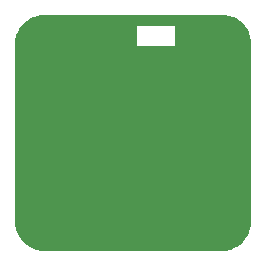
<source format=gbr>
%TF.GenerationSoftware,KiCad,Pcbnew,6.0.9+dfsg-1~bpo11+1*%
%TF.CreationDate,2022-11-07T08:13:31+01:00*%
%TF.ProjectId,012-prototype-board,3031322d-7072-46f7-946f-747970652d62,1*%
%TF.SameCoordinates,Original*%
%TF.FileFunction,Soldermask,Top*%
%TF.FilePolarity,Negative*%
%FSLAX46Y46*%
G04 Gerber Fmt 4.6, Leading zero omitted, Abs format (unit mm)*
G04 Created by KiCad (PCBNEW 6.0.9+dfsg-1~bpo11+1) date 2022-11-07 08:13:31*
%MOMM*%
%LPD*%
G01*
G04 APERTURE LIST*
%ADD10R,1.500000X1.500000*%
%ADD11C,3.400000*%
%ADD12C,1.400000*%
G04 APERTURE END LIST*
%TO.C,J2*%
G36*
X170000000Y-88000000D02*
G01*
X167000000Y-88000000D01*
X167000000Y-82000000D01*
X170000000Y-82000000D01*
X170000000Y-88000000D01*
G37*
G36*
X153000000Y-88000000D02*
G01*
X150000000Y-88000000D01*
X150000000Y-82000000D01*
X153000000Y-82000000D01*
X153000000Y-88000000D01*
G37*
%TO.C,J1*%
G36*
X163000000Y-95000000D02*
G01*
X157000000Y-95000000D01*
X157000000Y-92000000D01*
X163000000Y-92000000D01*
X163000000Y-95000000D01*
G37*
%TD*%
D10*
%TO.C,REF\u002A\u002A*%
X156200000Y-90700000D03*
%TD*%
%TO.C,REF\u002A\u002A*%
X156200000Y-88800000D03*
%TD*%
%TO.C,REF\u002A\u002A*%
X157100000Y-83100000D03*
%TD*%
%TO.C,REF\u002A\u002A*%
X159000000Y-83100000D03*
%TD*%
%TO.C,REF\u002A\u002A*%
X164700000Y-83100000D03*
%TD*%
%TO.C,REF\u002A\u002A*%
X160900000Y-83100000D03*
%TD*%
%TO.C,REF\u002A\u002A*%
X161900000Y-79300000D03*
%TD*%
%TO.C,REF\u002A\u002A*%
X158100000Y-85000000D03*
%TD*%
%TO.C,REF\u002A\u002A*%
X165700000Y-88800000D03*
%TD*%
%TO.C,REF\u002A\u002A*%
X163800000Y-79300000D03*
%TD*%
%TO.C,REF\u002A\u002A*%
X165700000Y-81200000D03*
%TD*%
%TO.C,REF\u002A\u002A*%
X155200000Y-86900000D03*
%TD*%
%TO.C,REF\u002A\u002A*%
X159000000Y-86900000D03*
%TD*%
%TO.C,REF\u002A\u002A*%
X154300000Y-81200000D03*
%TD*%
%TO.C,REF\u002A\u002A*%
X161900000Y-88800000D03*
%TD*%
%TO.C,REF\u002A\u002A*%
X163800000Y-85000000D03*
%TD*%
%TO.C,REF\u002A\u002A*%
X156200000Y-85000000D03*
%TD*%
%TO.C,REF\u002A\u002A*%
X158100000Y-90700000D03*
%TD*%
%TO.C,REF\u002A\u002A*%
X158100000Y-88800000D03*
%TD*%
%TO.C,REF\u002A\u002A*%
X158100000Y-81200000D03*
%TD*%
%TO.C,REF\u002A\u002A*%
X165700000Y-85000000D03*
%TD*%
%TO.C,REF\u002A\u002A*%
X158100000Y-79300000D03*
%TD*%
%TO.C,REF\u002A\u002A*%
X164700000Y-86900000D03*
%TD*%
%TO.C,REF\u002A\u002A*%
X156200000Y-81200000D03*
%TD*%
%TO.C,REF\u002A\u002A*%
X160000000Y-79300000D03*
%TD*%
D11*
%TO.C,H1*%
X152500000Y-77500000D03*
%TD*%
D10*
%TO.C,REF\u002A\u002A*%
X154300000Y-88800000D03*
%TD*%
D11*
%TO.C,H2*%
X152500000Y-92500000D03*
%TD*%
D10*
%TO.C,REF\u002A\u002A*%
X161900000Y-85000000D03*
%TD*%
D11*
%TO.C,H4*%
X167500000Y-77500000D03*
%TD*%
D10*
%TO.C,REF\u002A\u002A*%
X161900000Y-81200000D03*
%TD*%
%TO.C,REF\u002A\u002A*%
X155200000Y-83100000D03*
%TD*%
%TO.C,REF\u002A\u002A*%
X162800000Y-83100000D03*
%TD*%
%TO.C,REF\u002A\u002A*%
X161900000Y-90700000D03*
%TD*%
%TO.C,REF\u002A\u002A*%
X160000000Y-85000000D03*
%TD*%
%TO.C,REF\u002A\u002A*%
X163800000Y-90700000D03*
%TD*%
D12*
%TO.C,REF\u002A\u002A*%
X157500000Y-77500000D03*
%TD*%
D10*
%TO.C,REF\u002A\u002A*%
X160000000Y-90700000D03*
%TD*%
%TO.C,REF\u002A\u002A*%
X160900000Y-86900000D03*
%TD*%
D11*
%TO.C,H3*%
X167500000Y-92500000D03*
%TD*%
D10*
%TO.C,REF\u002A\u002A*%
X154300000Y-85000000D03*
%TD*%
%TO.C,REF\u002A\u002A*%
X163800000Y-81200000D03*
%TD*%
%TO.C,REF\u002A\u002A*%
X160000000Y-81200000D03*
%TD*%
%TO.C,REF\u002A\u002A*%
X162800000Y-86900000D03*
%TD*%
%TO.C,REF\u002A\u002A*%
X163800000Y-88800000D03*
%TD*%
%TO.C,REF\u002A\u002A*%
X157100000Y-86900000D03*
%TD*%
%TO.C,REF\u002A\u002A*%
X160000000Y-88800000D03*
%TD*%
%TO.C,REF\u002A\u002A*%
X156200000Y-79300000D03*
%TD*%
G36*
X169290871Y-75766002D02*
G01*
X169317482Y-75788923D01*
X169477940Y-75971891D01*
X169487973Y-75984966D01*
X169660476Y-76243134D01*
X169668717Y-76257408D01*
X169806047Y-76535886D01*
X169812354Y-76551112D01*
X169912160Y-76845129D01*
X169916426Y-76861050D01*
X169977001Y-77165587D01*
X169979152Y-77181927D01*
X169999730Y-77495881D01*
X170000000Y-77504122D01*
X170000000Y-77828000D01*
X169979998Y-77896121D01*
X169926342Y-77942614D01*
X169874000Y-77954000D01*
X163503088Y-77954000D01*
X163496906Y-77953848D01*
X163481291Y-77953081D01*
X163468982Y-77951869D01*
X163460671Y-77950636D01*
X163396223Y-77920854D01*
X163358108Y-77860956D01*
X163358426Y-77789960D01*
X163397077Y-77730407D01*
X163461790Y-77701203D01*
X163479162Y-77700000D01*
X163481885Y-77700000D01*
X163497124Y-77695525D01*
X163498329Y-77694135D01*
X163500000Y-77686452D01*
X163500000Y-76018115D01*
X163495525Y-76002876D01*
X163494135Y-76001671D01*
X163486452Y-76000000D01*
X163479162Y-76000000D01*
X163411041Y-75979998D01*
X163364548Y-75926342D01*
X163354444Y-75856068D01*
X163383938Y-75791488D01*
X163443664Y-75753104D01*
X163460671Y-75749364D01*
X163468982Y-75748131D01*
X163481291Y-75746919D01*
X163496906Y-75746152D01*
X163503088Y-75746000D01*
X169222750Y-75746000D01*
X169290871Y-75766002D01*
G37*
G36*
X167504119Y-75000270D02*
G01*
X167818073Y-75020848D01*
X167834413Y-75022999D01*
X168138950Y-75083574D01*
X168154871Y-75087840D01*
X168448888Y-75187646D01*
X168464114Y-75193953D01*
X168742592Y-75331283D01*
X168756866Y-75339524D01*
X169015034Y-75512027D01*
X169028109Y-75522060D01*
X169261557Y-75726788D01*
X169273212Y-75738443D01*
X169477940Y-75971891D01*
X169487973Y-75984966D01*
X169536772Y-76057998D01*
X169557987Y-76125750D01*
X169539204Y-76194217D01*
X169486387Y-76241661D01*
X169432007Y-76254000D01*
X163626000Y-76254000D01*
X163557879Y-76233998D01*
X163511386Y-76180342D01*
X163500000Y-76128000D01*
X163500000Y-76018115D01*
X163495525Y-76002876D01*
X163494135Y-76001671D01*
X163486452Y-76000000D01*
X160318115Y-76000000D01*
X160302876Y-76004475D01*
X160301671Y-76005865D01*
X160300000Y-76013548D01*
X160300000Y-76128000D01*
X160279998Y-76196121D01*
X160226342Y-76242614D01*
X160174000Y-76254000D01*
X150567993Y-76254000D01*
X150499872Y-76233998D01*
X150453379Y-76180342D01*
X150443275Y-76110068D01*
X150463228Y-76057998D01*
X150512027Y-75984966D01*
X150522060Y-75971891D01*
X150726788Y-75738443D01*
X150738443Y-75726788D01*
X150971891Y-75522060D01*
X150984966Y-75512027D01*
X151243134Y-75339524D01*
X151257408Y-75331283D01*
X151535886Y-75193953D01*
X151551112Y-75187646D01*
X151845129Y-75087840D01*
X151861050Y-75083574D01*
X152165587Y-75022999D01*
X152181927Y-75020848D01*
X152495881Y-75000270D01*
X152504122Y-75000000D01*
X167495878Y-75000000D01*
X167504119Y-75000270D01*
G37*
G36*
X169942121Y-77466002D02*
G01*
X169988614Y-77519658D01*
X170000000Y-77572000D01*
X170000000Y-92495878D01*
X169999730Y-92504119D01*
X169979152Y-92818073D01*
X169977001Y-92834413D01*
X169916426Y-93138950D01*
X169912160Y-93154871D01*
X169812354Y-93448888D01*
X169806047Y-93464114D01*
X169668717Y-93742592D01*
X169660476Y-93756866D01*
X169487973Y-94015034D01*
X169477940Y-94028109D01*
X169273212Y-94261557D01*
X169261557Y-94273212D01*
X169028109Y-94477940D01*
X169015034Y-94487973D01*
X168756866Y-94660476D01*
X168742592Y-94668717D01*
X168464114Y-94806047D01*
X168448888Y-94812354D01*
X168154871Y-94912160D01*
X168138950Y-94916426D01*
X167834413Y-94977001D01*
X167818073Y-94979152D01*
X167504119Y-94999730D01*
X167495878Y-95000000D01*
X160172000Y-95000000D01*
X160103879Y-94979998D01*
X160057386Y-94926342D01*
X160046000Y-94874000D01*
X160046000Y-77703088D01*
X160046152Y-77696906D01*
X160046919Y-77681291D01*
X160048131Y-77668982D01*
X160049364Y-77660671D01*
X160079146Y-77596223D01*
X160139044Y-77558108D01*
X160210040Y-77558426D01*
X160269593Y-77597077D01*
X160298797Y-77661790D01*
X160300000Y-77679162D01*
X160300000Y-77681885D01*
X160304475Y-77697124D01*
X160305865Y-77698329D01*
X160313548Y-77700000D01*
X163481885Y-77700000D01*
X163497124Y-77695525D01*
X163498329Y-77694135D01*
X163500000Y-77686452D01*
X163500000Y-77572000D01*
X163520002Y-77503879D01*
X163573658Y-77457386D01*
X163626000Y-77446000D01*
X169874000Y-77446000D01*
X169942121Y-77466002D01*
G37*
G36*
X160303094Y-75746152D02*
G01*
X160318709Y-75746919D01*
X160331018Y-75748131D01*
X160339329Y-75749364D01*
X160403777Y-75779146D01*
X160441892Y-75839044D01*
X160441574Y-75910040D01*
X160402923Y-75969593D01*
X160338210Y-75998797D01*
X160320838Y-76000000D01*
X160318115Y-76000000D01*
X160302876Y-76004475D01*
X160301671Y-76005865D01*
X160300000Y-76013548D01*
X160300000Y-77681885D01*
X160304475Y-77697124D01*
X160305865Y-77698329D01*
X160313548Y-77700000D01*
X160428000Y-77700000D01*
X160496121Y-77720002D01*
X160542614Y-77773658D01*
X160554000Y-77826000D01*
X160554000Y-94874000D01*
X160533998Y-94942121D01*
X160480342Y-94988614D01*
X160428000Y-95000000D01*
X152504122Y-95000000D01*
X152495881Y-94999730D01*
X152181927Y-94979152D01*
X152165587Y-94977001D01*
X151861050Y-94916426D01*
X151845129Y-94912160D01*
X151551112Y-94812354D01*
X151535886Y-94806047D01*
X151257408Y-94668717D01*
X151243134Y-94660476D01*
X150984966Y-94487973D01*
X150971891Y-94477940D01*
X150738443Y-94273212D01*
X150726788Y-94261557D01*
X150522060Y-94028109D01*
X150512027Y-94015034D01*
X150339524Y-93756866D01*
X150331283Y-93742592D01*
X150193953Y-93464114D01*
X150187646Y-93448888D01*
X150087840Y-93154871D01*
X150083574Y-93138950D01*
X150022999Y-92834413D01*
X150020848Y-92818073D01*
X150000270Y-92504119D01*
X150000000Y-92495878D01*
X150000000Y-77504122D01*
X150000270Y-77495881D01*
X150020848Y-77181927D01*
X150022999Y-77165587D01*
X150083574Y-76861050D01*
X150087840Y-76845129D01*
X150187646Y-76551112D01*
X150193953Y-76535886D01*
X150331283Y-76257408D01*
X150339524Y-76243134D01*
X150512027Y-75984966D01*
X150522060Y-75971891D01*
X150682518Y-75788923D01*
X150742471Y-75750895D01*
X150777250Y-75746000D01*
X160296912Y-75746000D01*
X160303094Y-75746152D01*
G37*
M02*

</source>
